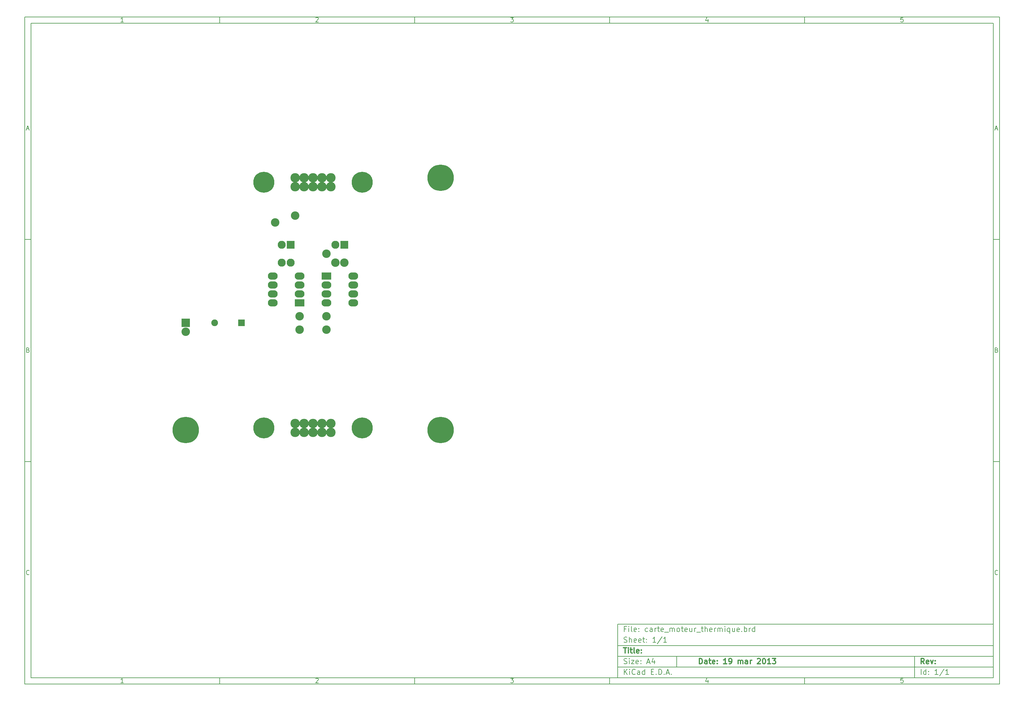
<source format=gbs>
G04 (created by PCBNEW-RS274X (2012-01-19 BZR 3256)-stable) date 19/03/2013 15:02:58*
G01*
G70*
G90*
%MOIN*%
G04 Gerber Fmt 3.4, Leading zero omitted, Abs format*
%FSLAX34Y34*%
G04 APERTURE LIST*
%ADD10C,0.006000*%
%ADD11C,0.012000*%
%ADD12C,0.095000*%
%ADD13R,0.095000X0.095000*%
%ADD14C,0.235000*%
%ADD15C,0.105000*%
%ADD16R,0.075000X0.075000*%
%ADD17C,0.075000*%
%ADD18R,0.090000X0.090000*%
%ADD19C,0.090000*%
%ADD20C,0.295600*%
%ADD21R,0.110000X0.082000*%
%ADD22O,0.110000X0.082000*%
G04 APERTURE END LIST*
G54D10*
X04000Y-04000D02*
X113000Y-04000D01*
X113000Y-78670D01*
X04000Y-78670D01*
X04000Y-04000D01*
X04700Y-04700D02*
X112300Y-04700D01*
X112300Y-77970D01*
X04700Y-77970D01*
X04700Y-04700D01*
X25800Y-04000D02*
X25800Y-04700D01*
X15043Y-04552D02*
X14757Y-04552D01*
X14900Y-04552D02*
X14900Y-04052D01*
X14852Y-04124D01*
X14805Y-04171D01*
X14757Y-04195D01*
X25800Y-78670D02*
X25800Y-77970D01*
X15043Y-78522D02*
X14757Y-78522D01*
X14900Y-78522D02*
X14900Y-78022D01*
X14852Y-78094D01*
X14805Y-78141D01*
X14757Y-78165D01*
X47600Y-04000D02*
X47600Y-04700D01*
X36557Y-04100D02*
X36581Y-04076D01*
X36629Y-04052D01*
X36748Y-04052D01*
X36795Y-04076D01*
X36819Y-04100D01*
X36843Y-04148D01*
X36843Y-04195D01*
X36819Y-04267D01*
X36533Y-04552D01*
X36843Y-04552D01*
X47600Y-78670D02*
X47600Y-77970D01*
X36557Y-78070D02*
X36581Y-78046D01*
X36629Y-78022D01*
X36748Y-78022D01*
X36795Y-78046D01*
X36819Y-78070D01*
X36843Y-78118D01*
X36843Y-78165D01*
X36819Y-78237D01*
X36533Y-78522D01*
X36843Y-78522D01*
X69400Y-04000D02*
X69400Y-04700D01*
X58333Y-04052D02*
X58643Y-04052D01*
X58476Y-04243D01*
X58548Y-04243D01*
X58595Y-04267D01*
X58619Y-04290D01*
X58643Y-04338D01*
X58643Y-04457D01*
X58619Y-04505D01*
X58595Y-04529D01*
X58548Y-04552D01*
X58405Y-04552D01*
X58357Y-04529D01*
X58333Y-04505D01*
X69400Y-78670D02*
X69400Y-77970D01*
X58333Y-78022D02*
X58643Y-78022D01*
X58476Y-78213D01*
X58548Y-78213D01*
X58595Y-78237D01*
X58619Y-78260D01*
X58643Y-78308D01*
X58643Y-78427D01*
X58619Y-78475D01*
X58595Y-78499D01*
X58548Y-78522D01*
X58405Y-78522D01*
X58357Y-78499D01*
X58333Y-78475D01*
X91200Y-04000D02*
X91200Y-04700D01*
X80395Y-04219D02*
X80395Y-04552D01*
X80276Y-04029D02*
X80157Y-04386D01*
X80467Y-04386D01*
X91200Y-78670D02*
X91200Y-77970D01*
X80395Y-78189D02*
X80395Y-78522D01*
X80276Y-77999D02*
X80157Y-78356D01*
X80467Y-78356D01*
X102219Y-04052D02*
X101981Y-04052D01*
X101957Y-04290D01*
X101981Y-04267D01*
X102029Y-04243D01*
X102148Y-04243D01*
X102195Y-04267D01*
X102219Y-04290D01*
X102243Y-04338D01*
X102243Y-04457D01*
X102219Y-04505D01*
X102195Y-04529D01*
X102148Y-04552D01*
X102029Y-04552D01*
X101981Y-04529D01*
X101957Y-04505D01*
X102219Y-78022D02*
X101981Y-78022D01*
X101957Y-78260D01*
X101981Y-78237D01*
X102029Y-78213D01*
X102148Y-78213D01*
X102195Y-78237D01*
X102219Y-78260D01*
X102243Y-78308D01*
X102243Y-78427D01*
X102219Y-78475D01*
X102195Y-78499D01*
X102148Y-78522D01*
X102029Y-78522D01*
X101981Y-78499D01*
X101957Y-78475D01*
X04000Y-28890D02*
X04700Y-28890D01*
X04231Y-16510D02*
X04469Y-16510D01*
X04184Y-16652D02*
X04350Y-16152D01*
X04517Y-16652D01*
X113000Y-28890D02*
X112300Y-28890D01*
X112531Y-16510D02*
X112769Y-16510D01*
X112484Y-16652D02*
X112650Y-16152D01*
X112817Y-16652D01*
X04000Y-53780D02*
X04700Y-53780D01*
X04386Y-41280D02*
X04457Y-41304D01*
X04481Y-41328D01*
X04505Y-41376D01*
X04505Y-41447D01*
X04481Y-41495D01*
X04457Y-41519D01*
X04410Y-41542D01*
X04219Y-41542D01*
X04219Y-41042D01*
X04386Y-41042D01*
X04433Y-41066D01*
X04457Y-41090D01*
X04481Y-41138D01*
X04481Y-41185D01*
X04457Y-41233D01*
X04433Y-41257D01*
X04386Y-41280D01*
X04219Y-41280D01*
X113000Y-53780D02*
X112300Y-53780D01*
X112686Y-41280D02*
X112757Y-41304D01*
X112781Y-41328D01*
X112805Y-41376D01*
X112805Y-41447D01*
X112781Y-41495D01*
X112757Y-41519D01*
X112710Y-41542D01*
X112519Y-41542D01*
X112519Y-41042D01*
X112686Y-41042D01*
X112733Y-41066D01*
X112757Y-41090D01*
X112781Y-41138D01*
X112781Y-41185D01*
X112757Y-41233D01*
X112733Y-41257D01*
X112686Y-41280D01*
X112519Y-41280D01*
X04505Y-66385D02*
X04481Y-66409D01*
X04410Y-66432D01*
X04362Y-66432D01*
X04290Y-66409D01*
X04243Y-66361D01*
X04219Y-66313D01*
X04195Y-66218D01*
X04195Y-66147D01*
X04219Y-66051D01*
X04243Y-66004D01*
X04290Y-65956D01*
X04362Y-65932D01*
X04410Y-65932D01*
X04481Y-65956D01*
X04505Y-65980D01*
X112805Y-66385D02*
X112781Y-66409D01*
X112710Y-66432D01*
X112662Y-66432D01*
X112590Y-66409D01*
X112543Y-66361D01*
X112519Y-66313D01*
X112495Y-66218D01*
X112495Y-66147D01*
X112519Y-66051D01*
X112543Y-66004D01*
X112590Y-65956D01*
X112662Y-65932D01*
X112710Y-65932D01*
X112781Y-65956D01*
X112805Y-65980D01*
G54D11*
X79443Y-76413D02*
X79443Y-75813D01*
X79586Y-75813D01*
X79671Y-75841D01*
X79729Y-75899D01*
X79757Y-75956D01*
X79786Y-76070D01*
X79786Y-76156D01*
X79757Y-76270D01*
X79729Y-76327D01*
X79671Y-76384D01*
X79586Y-76413D01*
X79443Y-76413D01*
X80300Y-76413D02*
X80300Y-76099D01*
X80271Y-76041D01*
X80214Y-76013D01*
X80100Y-76013D01*
X80043Y-76041D01*
X80300Y-76384D02*
X80243Y-76413D01*
X80100Y-76413D01*
X80043Y-76384D01*
X80014Y-76327D01*
X80014Y-76270D01*
X80043Y-76213D01*
X80100Y-76184D01*
X80243Y-76184D01*
X80300Y-76156D01*
X80500Y-76013D02*
X80729Y-76013D01*
X80586Y-75813D02*
X80586Y-76327D01*
X80614Y-76384D01*
X80672Y-76413D01*
X80729Y-76413D01*
X81157Y-76384D02*
X81100Y-76413D01*
X80986Y-76413D01*
X80929Y-76384D01*
X80900Y-76327D01*
X80900Y-76099D01*
X80929Y-76041D01*
X80986Y-76013D01*
X81100Y-76013D01*
X81157Y-76041D01*
X81186Y-76099D01*
X81186Y-76156D01*
X80900Y-76213D01*
X81443Y-76356D02*
X81471Y-76384D01*
X81443Y-76413D01*
X81414Y-76384D01*
X81443Y-76356D01*
X81443Y-76413D01*
X81443Y-76041D02*
X81471Y-76070D01*
X81443Y-76099D01*
X81414Y-76070D01*
X81443Y-76041D01*
X81443Y-76099D01*
X82500Y-76413D02*
X82157Y-76413D01*
X82329Y-76413D02*
X82329Y-75813D01*
X82272Y-75899D01*
X82214Y-75956D01*
X82157Y-75984D01*
X82785Y-76413D02*
X82900Y-76413D01*
X82957Y-76384D01*
X82985Y-76356D01*
X83043Y-76270D01*
X83071Y-76156D01*
X83071Y-75927D01*
X83043Y-75870D01*
X83014Y-75841D01*
X82957Y-75813D01*
X82843Y-75813D01*
X82785Y-75841D01*
X82757Y-75870D01*
X82728Y-75927D01*
X82728Y-76070D01*
X82757Y-76127D01*
X82785Y-76156D01*
X82843Y-76184D01*
X82957Y-76184D01*
X83014Y-76156D01*
X83043Y-76127D01*
X83071Y-76070D01*
X83785Y-76413D02*
X83785Y-76013D01*
X83785Y-76070D02*
X83813Y-76041D01*
X83871Y-76013D01*
X83956Y-76013D01*
X84013Y-76041D01*
X84042Y-76099D01*
X84042Y-76413D01*
X84042Y-76099D02*
X84071Y-76041D01*
X84128Y-76013D01*
X84213Y-76013D01*
X84271Y-76041D01*
X84299Y-76099D01*
X84299Y-76413D01*
X84842Y-76413D02*
X84842Y-76099D01*
X84813Y-76041D01*
X84756Y-76013D01*
X84642Y-76013D01*
X84585Y-76041D01*
X84842Y-76384D02*
X84785Y-76413D01*
X84642Y-76413D01*
X84585Y-76384D01*
X84556Y-76327D01*
X84556Y-76270D01*
X84585Y-76213D01*
X84642Y-76184D01*
X84785Y-76184D01*
X84842Y-76156D01*
X85128Y-76413D02*
X85128Y-76013D01*
X85128Y-76127D02*
X85156Y-76070D01*
X85185Y-76041D01*
X85242Y-76013D01*
X85299Y-76013D01*
X85927Y-75870D02*
X85956Y-75841D01*
X86013Y-75813D01*
X86156Y-75813D01*
X86213Y-75841D01*
X86242Y-75870D01*
X86270Y-75927D01*
X86270Y-75984D01*
X86242Y-76070D01*
X85899Y-76413D01*
X86270Y-76413D01*
X86641Y-75813D02*
X86698Y-75813D01*
X86755Y-75841D01*
X86784Y-75870D01*
X86813Y-75927D01*
X86841Y-76041D01*
X86841Y-76184D01*
X86813Y-76299D01*
X86784Y-76356D01*
X86755Y-76384D01*
X86698Y-76413D01*
X86641Y-76413D01*
X86584Y-76384D01*
X86555Y-76356D01*
X86527Y-76299D01*
X86498Y-76184D01*
X86498Y-76041D01*
X86527Y-75927D01*
X86555Y-75870D01*
X86584Y-75841D01*
X86641Y-75813D01*
X87412Y-76413D02*
X87069Y-76413D01*
X87241Y-76413D02*
X87241Y-75813D01*
X87184Y-75899D01*
X87126Y-75956D01*
X87069Y-75984D01*
X87612Y-75813D02*
X87983Y-75813D01*
X87783Y-76041D01*
X87869Y-76041D01*
X87926Y-76070D01*
X87955Y-76099D01*
X87983Y-76156D01*
X87983Y-76299D01*
X87955Y-76356D01*
X87926Y-76384D01*
X87869Y-76413D01*
X87697Y-76413D01*
X87640Y-76384D01*
X87612Y-76356D01*
G54D10*
X71043Y-77613D02*
X71043Y-77013D01*
X71386Y-77613D02*
X71129Y-77270D01*
X71386Y-77013D02*
X71043Y-77356D01*
X71643Y-77613D02*
X71643Y-77213D01*
X71643Y-77013D02*
X71614Y-77041D01*
X71643Y-77070D01*
X71671Y-77041D01*
X71643Y-77013D01*
X71643Y-77070D01*
X72272Y-77556D02*
X72243Y-77584D01*
X72157Y-77613D01*
X72100Y-77613D01*
X72015Y-77584D01*
X71957Y-77527D01*
X71929Y-77470D01*
X71900Y-77356D01*
X71900Y-77270D01*
X71929Y-77156D01*
X71957Y-77099D01*
X72015Y-77041D01*
X72100Y-77013D01*
X72157Y-77013D01*
X72243Y-77041D01*
X72272Y-77070D01*
X72786Y-77613D02*
X72786Y-77299D01*
X72757Y-77241D01*
X72700Y-77213D01*
X72586Y-77213D01*
X72529Y-77241D01*
X72786Y-77584D02*
X72729Y-77613D01*
X72586Y-77613D01*
X72529Y-77584D01*
X72500Y-77527D01*
X72500Y-77470D01*
X72529Y-77413D01*
X72586Y-77384D01*
X72729Y-77384D01*
X72786Y-77356D01*
X73329Y-77613D02*
X73329Y-77013D01*
X73329Y-77584D02*
X73272Y-77613D01*
X73158Y-77613D01*
X73100Y-77584D01*
X73072Y-77556D01*
X73043Y-77499D01*
X73043Y-77327D01*
X73072Y-77270D01*
X73100Y-77241D01*
X73158Y-77213D01*
X73272Y-77213D01*
X73329Y-77241D01*
X74072Y-77299D02*
X74272Y-77299D01*
X74358Y-77613D02*
X74072Y-77613D01*
X74072Y-77013D01*
X74358Y-77013D01*
X74615Y-77556D02*
X74643Y-77584D01*
X74615Y-77613D01*
X74586Y-77584D01*
X74615Y-77556D01*
X74615Y-77613D01*
X74901Y-77613D02*
X74901Y-77013D01*
X75044Y-77013D01*
X75129Y-77041D01*
X75187Y-77099D01*
X75215Y-77156D01*
X75244Y-77270D01*
X75244Y-77356D01*
X75215Y-77470D01*
X75187Y-77527D01*
X75129Y-77584D01*
X75044Y-77613D01*
X74901Y-77613D01*
X75501Y-77556D02*
X75529Y-77584D01*
X75501Y-77613D01*
X75472Y-77584D01*
X75501Y-77556D01*
X75501Y-77613D01*
X75758Y-77441D02*
X76044Y-77441D01*
X75701Y-77613D02*
X75901Y-77013D01*
X76101Y-77613D01*
X76301Y-77556D02*
X76329Y-77584D01*
X76301Y-77613D01*
X76272Y-77584D01*
X76301Y-77556D01*
X76301Y-77613D01*
G54D11*
X104586Y-76413D02*
X104386Y-76127D01*
X104243Y-76413D02*
X104243Y-75813D01*
X104471Y-75813D01*
X104529Y-75841D01*
X104557Y-75870D01*
X104586Y-75927D01*
X104586Y-76013D01*
X104557Y-76070D01*
X104529Y-76099D01*
X104471Y-76127D01*
X104243Y-76127D01*
X105071Y-76384D02*
X105014Y-76413D01*
X104900Y-76413D01*
X104843Y-76384D01*
X104814Y-76327D01*
X104814Y-76099D01*
X104843Y-76041D01*
X104900Y-76013D01*
X105014Y-76013D01*
X105071Y-76041D01*
X105100Y-76099D01*
X105100Y-76156D01*
X104814Y-76213D01*
X105300Y-76013D02*
X105443Y-76413D01*
X105585Y-76013D01*
X105814Y-76356D02*
X105842Y-76384D01*
X105814Y-76413D01*
X105785Y-76384D01*
X105814Y-76356D01*
X105814Y-76413D01*
X105814Y-76041D02*
X105842Y-76070D01*
X105814Y-76099D01*
X105785Y-76070D01*
X105814Y-76041D01*
X105814Y-76099D01*
G54D10*
X71014Y-76384D02*
X71100Y-76413D01*
X71243Y-76413D01*
X71300Y-76384D01*
X71329Y-76356D01*
X71357Y-76299D01*
X71357Y-76241D01*
X71329Y-76184D01*
X71300Y-76156D01*
X71243Y-76127D01*
X71129Y-76099D01*
X71071Y-76070D01*
X71043Y-76041D01*
X71014Y-75984D01*
X71014Y-75927D01*
X71043Y-75870D01*
X71071Y-75841D01*
X71129Y-75813D01*
X71271Y-75813D01*
X71357Y-75841D01*
X71614Y-76413D02*
X71614Y-76013D01*
X71614Y-75813D02*
X71585Y-75841D01*
X71614Y-75870D01*
X71642Y-75841D01*
X71614Y-75813D01*
X71614Y-75870D01*
X71843Y-76013D02*
X72157Y-76013D01*
X71843Y-76413D01*
X72157Y-76413D01*
X72614Y-76384D02*
X72557Y-76413D01*
X72443Y-76413D01*
X72386Y-76384D01*
X72357Y-76327D01*
X72357Y-76099D01*
X72386Y-76041D01*
X72443Y-76013D01*
X72557Y-76013D01*
X72614Y-76041D01*
X72643Y-76099D01*
X72643Y-76156D01*
X72357Y-76213D01*
X72900Y-76356D02*
X72928Y-76384D01*
X72900Y-76413D01*
X72871Y-76384D01*
X72900Y-76356D01*
X72900Y-76413D01*
X72900Y-76041D02*
X72928Y-76070D01*
X72900Y-76099D01*
X72871Y-76070D01*
X72900Y-76041D01*
X72900Y-76099D01*
X73614Y-76241D02*
X73900Y-76241D01*
X73557Y-76413D02*
X73757Y-75813D01*
X73957Y-76413D01*
X74414Y-76013D02*
X74414Y-76413D01*
X74271Y-75784D02*
X74128Y-76213D01*
X74500Y-76213D01*
X104243Y-77613D02*
X104243Y-77013D01*
X104786Y-77613D02*
X104786Y-77013D01*
X104786Y-77584D02*
X104729Y-77613D01*
X104615Y-77613D01*
X104557Y-77584D01*
X104529Y-77556D01*
X104500Y-77499D01*
X104500Y-77327D01*
X104529Y-77270D01*
X104557Y-77241D01*
X104615Y-77213D01*
X104729Y-77213D01*
X104786Y-77241D01*
X105072Y-77556D02*
X105100Y-77584D01*
X105072Y-77613D01*
X105043Y-77584D01*
X105072Y-77556D01*
X105072Y-77613D01*
X105072Y-77241D02*
X105100Y-77270D01*
X105072Y-77299D01*
X105043Y-77270D01*
X105072Y-77241D01*
X105072Y-77299D01*
X106129Y-77613D02*
X105786Y-77613D01*
X105958Y-77613D02*
X105958Y-77013D01*
X105901Y-77099D01*
X105843Y-77156D01*
X105786Y-77184D01*
X106814Y-76984D02*
X106300Y-77756D01*
X107329Y-77613D02*
X106986Y-77613D01*
X107158Y-77613D02*
X107158Y-77013D01*
X107101Y-77099D01*
X107043Y-77156D01*
X106986Y-77184D01*
G54D11*
X70957Y-74613D02*
X71300Y-74613D01*
X71129Y-75213D02*
X71129Y-74613D01*
X71500Y-75213D02*
X71500Y-74813D01*
X71500Y-74613D02*
X71471Y-74641D01*
X71500Y-74670D01*
X71528Y-74641D01*
X71500Y-74613D01*
X71500Y-74670D01*
X71700Y-74813D02*
X71929Y-74813D01*
X71786Y-74613D02*
X71786Y-75127D01*
X71814Y-75184D01*
X71872Y-75213D01*
X71929Y-75213D01*
X72215Y-75213D02*
X72157Y-75184D01*
X72129Y-75127D01*
X72129Y-74613D01*
X72671Y-75184D02*
X72614Y-75213D01*
X72500Y-75213D01*
X72443Y-75184D01*
X72414Y-75127D01*
X72414Y-74899D01*
X72443Y-74841D01*
X72500Y-74813D01*
X72614Y-74813D01*
X72671Y-74841D01*
X72700Y-74899D01*
X72700Y-74956D01*
X72414Y-75013D01*
X72957Y-75156D02*
X72985Y-75184D01*
X72957Y-75213D01*
X72928Y-75184D01*
X72957Y-75156D01*
X72957Y-75213D01*
X72957Y-74841D02*
X72985Y-74870D01*
X72957Y-74899D01*
X72928Y-74870D01*
X72957Y-74841D01*
X72957Y-74899D01*
G54D10*
X71243Y-72499D02*
X71043Y-72499D01*
X71043Y-72813D02*
X71043Y-72213D01*
X71329Y-72213D01*
X71557Y-72813D02*
X71557Y-72413D01*
X71557Y-72213D02*
X71528Y-72241D01*
X71557Y-72270D01*
X71585Y-72241D01*
X71557Y-72213D01*
X71557Y-72270D01*
X71929Y-72813D02*
X71871Y-72784D01*
X71843Y-72727D01*
X71843Y-72213D01*
X72385Y-72784D02*
X72328Y-72813D01*
X72214Y-72813D01*
X72157Y-72784D01*
X72128Y-72727D01*
X72128Y-72499D01*
X72157Y-72441D01*
X72214Y-72413D01*
X72328Y-72413D01*
X72385Y-72441D01*
X72414Y-72499D01*
X72414Y-72556D01*
X72128Y-72613D01*
X72671Y-72756D02*
X72699Y-72784D01*
X72671Y-72813D01*
X72642Y-72784D01*
X72671Y-72756D01*
X72671Y-72813D01*
X72671Y-72441D02*
X72699Y-72470D01*
X72671Y-72499D01*
X72642Y-72470D01*
X72671Y-72441D01*
X72671Y-72499D01*
X73671Y-72784D02*
X73614Y-72813D01*
X73500Y-72813D01*
X73442Y-72784D01*
X73414Y-72756D01*
X73385Y-72699D01*
X73385Y-72527D01*
X73414Y-72470D01*
X73442Y-72441D01*
X73500Y-72413D01*
X73614Y-72413D01*
X73671Y-72441D01*
X74185Y-72813D02*
X74185Y-72499D01*
X74156Y-72441D01*
X74099Y-72413D01*
X73985Y-72413D01*
X73928Y-72441D01*
X74185Y-72784D02*
X74128Y-72813D01*
X73985Y-72813D01*
X73928Y-72784D01*
X73899Y-72727D01*
X73899Y-72670D01*
X73928Y-72613D01*
X73985Y-72584D01*
X74128Y-72584D01*
X74185Y-72556D01*
X74471Y-72813D02*
X74471Y-72413D01*
X74471Y-72527D02*
X74499Y-72470D01*
X74528Y-72441D01*
X74585Y-72413D01*
X74642Y-72413D01*
X74756Y-72413D02*
X74985Y-72413D01*
X74842Y-72213D02*
X74842Y-72727D01*
X74870Y-72784D01*
X74928Y-72813D01*
X74985Y-72813D01*
X75413Y-72784D02*
X75356Y-72813D01*
X75242Y-72813D01*
X75185Y-72784D01*
X75156Y-72727D01*
X75156Y-72499D01*
X75185Y-72441D01*
X75242Y-72413D01*
X75356Y-72413D01*
X75413Y-72441D01*
X75442Y-72499D01*
X75442Y-72556D01*
X75156Y-72613D01*
X75556Y-72870D02*
X76013Y-72870D01*
X76156Y-72813D02*
X76156Y-72413D01*
X76156Y-72470D02*
X76184Y-72441D01*
X76242Y-72413D01*
X76327Y-72413D01*
X76384Y-72441D01*
X76413Y-72499D01*
X76413Y-72813D01*
X76413Y-72499D02*
X76442Y-72441D01*
X76499Y-72413D01*
X76584Y-72413D01*
X76642Y-72441D01*
X76670Y-72499D01*
X76670Y-72813D01*
X77042Y-72813D02*
X76984Y-72784D01*
X76956Y-72756D01*
X76927Y-72699D01*
X76927Y-72527D01*
X76956Y-72470D01*
X76984Y-72441D01*
X77042Y-72413D01*
X77127Y-72413D01*
X77184Y-72441D01*
X77213Y-72470D01*
X77242Y-72527D01*
X77242Y-72699D01*
X77213Y-72756D01*
X77184Y-72784D01*
X77127Y-72813D01*
X77042Y-72813D01*
X77413Y-72413D02*
X77642Y-72413D01*
X77499Y-72213D02*
X77499Y-72727D01*
X77527Y-72784D01*
X77585Y-72813D01*
X77642Y-72813D01*
X78070Y-72784D02*
X78013Y-72813D01*
X77899Y-72813D01*
X77842Y-72784D01*
X77813Y-72727D01*
X77813Y-72499D01*
X77842Y-72441D01*
X77899Y-72413D01*
X78013Y-72413D01*
X78070Y-72441D01*
X78099Y-72499D01*
X78099Y-72556D01*
X77813Y-72613D01*
X78613Y-72413D02*
X78613Y-72813D01*
X78356Y-72413D02*
X78356Y-72727D01*
X78384Y-72784D01*
X78442Y-72813D01*
X78527Y-72813D01*
X78584Y-72784D01*
X78613Y-72756D01*
X78899Y-72813D02*
X78899Y-72413D01*
X78899Y-72527D02*
X78927Y-72470D01*
X78956Y-72441D01*
X79013Y-72413D01*
X79070Y-72413D01*
X79127Y-72870D02*
X79584Y-72870D01*
X79641Y-72413D02*
X79870Y-72413D01*
X79727Y-72213D02*
X79727Y-72727D01*
X79755Y-72784D01*
X79813Y-72813D01*
X79870Y-72813D01*
X80070Y-72813D02*
X80070Y-72213D01*
X80327Y-72813D02*
X80327Y-72499D01*
X80298Y-72441D01*
X80241Y-72413D01*
X80156Y-72413D01*
X80098Y-72441D01*
X80070Y-72470D01*
X80841Y-72784D02*
X80784Y-72813D01*
X80670Y-72813D01*
X80613Y-72784D01*
X80584Y-72727D01*
X80584Y-72499D01*
X80613Y-72441D01*
X80670Y-72413D01*
X80784Y-72413D01*
X80841Y-72441D01*
X80870Y-72499D01*
X80870Y-72556D01*
X80584Y-72613D01*
X81127Y-72813D02*
X81127Y-72413D01*
X81127Y-72527D02*
X81155Y-72470D01*
X81184Y-72441D01*
X81241Y-72413D01*
X81298Y-72413D01*
X81498Y-72813D02*
X81498Y-72413D01*
X81498Y-72470D02*
X81526Y-72441D01*
X81584Y-72413D01*
X81669Y-72413D01*
X81726Y-72441D01*
X81755Y-72499D01*
X81755Y-72813D01*
X81755Y-72499D02*
X81784Y-72441D01*
X81841Y-72413D01*
X81926Y-72413D01*
X81984Y-72441D01*
X82012Y-72499D01*
X82012Y-72813D01*
X82298Y-72813D02*
X82298Y-72413D01*
X82298Y-72213D02*
X82269Y-72241D01*
X82298Y-72270D01*
X82326Y-72241D01*
X82298Y-72213D01*
X82298Y-72270D01*
X82841Y-72413D02*
X82841Y-73013D01*
X82841Y-72784D02*
X82784Y-72813D01*
X82670Y-72813D01*
X82612Y-72784D01*
X82584Y-72756D01*
X82555Y-72699D01*
X82555Y-72527D01*
X82584Y-72470D01*
X82612Y-72441D01*
X82670Y-72413D01*
X82784Y-72413D01*
X82841Y-72441D01*
X83384Y-72413D02*
X83384Y-72813D01*
X83127Y-72413D02*
X83127Y-72727D01*
X83155Y-72784D01*
X83213Y-72813D01*
X83298Y-72813D01*
X83355Y-72784D01*
X83384Y-72756D01*
X83898Y-72784D02*
X83841Y-72813D01*
X83727Y-72813D01*
X83670Y-72784D01*
X83641Y-72727D01*
X83641Y-72499D01*
X83670Y-72441D01*
X83727Y-72413D01*
X83841Y-72413D01*
X83898Y-72441D01*
X83927Y-72499D01*
X83927Y-72556D01*
X83641Y-72613D01*
X84184Y-72756D02*
X84212Y-72784D01*
X84184Y-72813D01*
X84155Y-72784D01*
X84184Y-72756D01*
X84184Y-72813D01*
X84470Y-72813D02*
X84470Y-72213D01*
X84470Y-72441D02*
X84527Y-72413D01*
X84641Y-72413D01*
X84698Y-72441D01*
X84727Y-72470D01*
X84756Y-72527D01*
X84756Y-72699D01*
X84727Y-72756D01*
X84698Y-72784D01*
X84641Y-72813D01*
X84527Y-72813D01*
X84470Y-72784D01*
X85013Y-72813D02*
X85013Y-72413D01*
X85013Y-72527D02*
X85041Y-72470D01*
X85070Y-72441D01*
X85127Y-72413D01*
X85184Y-72413D01*
X85641Y-72813D02*
X85641Y-72213D01*
X85641Y-72784D02*
X85584Y-72813D01*
X85470Y-72813D01*
X85412Y-72784D01*
X85384Y-72756D01*
X85355Y-72699D01*
X85355Y-72527D01*
X85384Y-72470D01*
X85412Y-72441D01*
X85470Y-72413D01*
X85584Y-72413D01*
X85641Y-72441D01*
X71014Y-73984D02*
X71100Y-74013D01*
X71243Y-74013D01*
X71300Y-73984D01*
X71329Y-73956D01*
X71357Y-73899D01*
X71357Y-73841D01*
X71329Y-73784D01*
X71300Y-73756D01*
X71243Y-73727D01*
X71129Y-73699D01*
X71071Y-73670D01*
X71043Y-73641D01*
X71014Y-73584D01*
X71014Y-73527D01*
X71043Y-73470D01*
X71071Y-73441D01*
X71129Y-73413D01*
X71271Y-73413D01*
X71357Y-73441D01*
X71614Y-74013D02*
X71614Y-73413D01*
X71871Y-74013D02*
X71871Y-73699D01*
X71842Y-73641D01*
X71785Y-73613D01*
X71700Y-73613D01*
X71642Y-73641D01*
X71614Y-73670D01*
X72385Y-73984D02*
X72328Y-74013D01*
X72214Y-74013D01*
X72157Y-73984D01*
X72128Y-73927D01*
X72128Y-73699D01*
X72157Y-73641D01*
X72214Y-73613D01*
X72328Y-73613D01*
X72385Y-73641D01*
X72414Y-73699D01*
X72414Y-73756D01*
X72128Y-73813D01*
X72899Y-73984D02*
X72842Y-74013D01*
X72728Y-74013D01*
X72671Y-73984D01*
X72642Y-73927D01*
X72642Y-73699D01*
X72671Y-73641D01*
X72728Y-73613D01*
X72842Y-73613D01*
X72899Y-73641D01*
X72928Y-73699D01*
X72928Y-73756D01*
X72642Y-73813D01*
X73099Y-73613D02*
X73328Y-73613D01*
X73185Y-73413D02*
X73185Y-73927D01*
X73213Y-73984D01*
X73271Y-74013D01*
X73328Y-74013D01*
X73528Y-73956D02*
X73556Y-73984D01*
X73528Y-74013D01*
X73499Y-73984D01*
X73528Y-73956D01*
X73528Y-74013D01*
X73528Y-73641D02*
X73556Y-73670D01*
X73528Y-73699D01*
X73499Y-73670D01*
X73528Y-73641D01*
X73528Y-73699D01*
X74585Y-74013D02*
X74242Y-74013D01*
X74414Y-74013D02*
X74414Y-73413D01*
X74357Y-73499D01*
X74299Y-73556D01*
X74242Y-73584D01*
X75270Y-73384D02*
X74756Y-74156D01*
X75785Y-74013D02*
X75442Y-74013D01*
X75614Y-74013D02*
X75614Y-73413D01*
X75557Y-73499D01*
X75499Y-73556D01*
X75442Y-73584D01*
X70300Y-71970D02*
X70300Y-77970D01*
X70300Y-71970D02*
X112300Y-71970D01*
X70300Y-71970D02*
X112300Y-71970D01*
X70300Y-74370D02*
X112300Y-74370D01*
X103500Y-75570D02*
X103500Y-77970D01*
X70300Y-76770D02*
X112300Y-76770D01*
X70300Y-75570D02*
X112300Y-75570D01*
X76900Y-75570D02*
X76900Y-76770D01*
G54D12*
X37750Y-39000D03*
X34750Y-39000D03*
X34750Y-37500D03*
X37750Y-37500D03*
G54D13*
X22000Y-38250D03*
G54D12*
X22000Y-39250D03*
G54D14*
X41750Y-22500D03*
X30750Y-22500D03*
G54D15*
X38250Y-22000D03*
X38250Y-23000D03*
X37250Y-22000D03*
X37250Y-23000D03*
X36250Y-22000D03*
X36250Y-23000D03*
X35250Y-22000D03*
X35250Y-23000D03*
X34250Y-22000D03*
X34250Y-23000D03*
G54D14*
X30750Y-50000D03*
X41750Y-50000D03*
G54D15*
X34250Y-50500D03*
X34250Y-49500D03*
X35250Y-50500D03*
X35250Y-49500D03*
X36250Y-50500D03*
X36250Y-49500D03*
X37250Y-50500D03*
X37250Y-49500D03*
X38250Y-50500D03*
X38250Y-49500D03*
G54D16*
X28250Y-38250D03*
G54D17*
X25250Y-38250D03*
G54D18*
X39750Y-29500D03*
G54D19*
X38750Y-29500D03*
G54D12*
X38750Y-31500D03*
X39750Y-31500D03*
G54D20*
X22000Y-50250D03*
X50500Y-50250D03*
X50500Y-22000D03*
G54D21*
X37750Y-33000D03*
G54D22*
X37750Y-34000D03*
X37750Y-35000D03*
X37750Y-36000D03*
X40750Y-36000D03*
X40750Y-35000D03*
X40750Y-34000D03*
X40750Y-33000D03*
G54D21*
X34750Y-36000D03*
G54D22*
X34750Y-35000D03*
X34750Y-34000D03*
X34750Y-33000D03*
X31750Y-33000D03*
X31750Y-34000D03*
X31750Y-35000D03*
X31750Y-36000D03*
G54D18*
X33750Y-29500D03*
G54D19*
X32750Y-29500D03*
X32750Y-31500D03*
X33750Y-31500D03*
G54D12*
X37750Y-30500D03*
X34250Y-26250D03*
X32000Y-27000D03*
M02*

</source>
